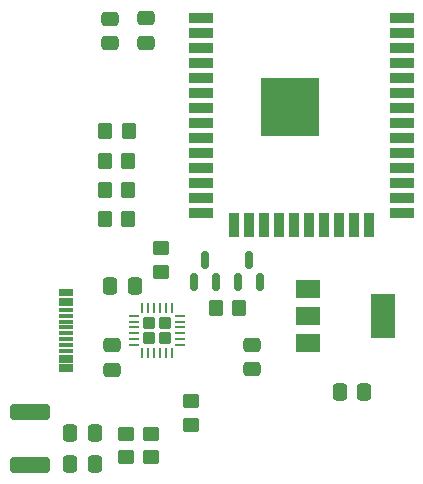
<source format=gbr>
%TF.GenerationSoftware,KiCad,Pcbnew,6.0.4-1.fc35*%
%TF.CreationDate,2022-04-08T19:50:50+03:00*%
%TF.ProjectId,Glove,476c6f76-652e-46b6-9963-61645f706362,rev?*%
%TF.SameCoordinates,Original*%
%TF.FileFunction,Paste,Top*%
%TF.FilePolarity,Positive*%
%FSLAX46Y46*%
G04 Gerber Fmt 4.6, Leading zero omitted, Abs format (unit mm)*
G04 Created by KiCad (PCBNEW 6.0.4-1.fc35) date 2022-04-08 19:50:50*
%MOMM*%
%LPD*%
G01*
G04 APERTURE LIST*
G04 Aperture macros list*
%AMRoundRect*
0 Rectangle with rounded corners*
0 $1 Rounding radius*
0 $2 $3 $4 $5 $6 $7 $8 $9 X,Y pos of 4 corners*
0 Add a 4 corners polygon primitive as box body*
4,1,4,$2,$3,$4,$5,$6,$7,$8,$9,$2,$3,0*
0 Add four circle primitives for the rounded corners*
1,1,$1+$1,$2,$3*
1,1,$1+$1,$4,$5*
1,1,$1+$1,$6,$7*
1,1,$1+$1,$8,$9*
0 Add four rect primitives between the rounded corners*
20,1,$1+$1,$2,$3,$4,$5,0*
20,1,$1+$1,$4,$5,$6,$7,0*
20,1,$1+$1,$6,$7,$8,$9,0*
20,1,$1+$1,$8,$9,$2,$3,0*%
G04 Aperture macros list end*
%ADD10RoundRect,0.250000X-1.450000X0.400000X-1.450000X-0.400000X1.450000X-0.400000X1.450000X0.400000X0*%
%ADD11RoundRect,0.250000X0.337500X0.475000X-0.337500X0.475000X-0.337500X-0.475000X0.337500X-0.475000X0*%
%ADD12RoundRect,0.250000X0.475000X-0.337500X0.475000X0.337500X-0.475000X0.337500X-0.475000X-0.337500X0*%
%ADD13RoundRect,0.250000X-0.350000X-0.450000X0.350000X-0.450000X0.350000X0.450000X-0.350000X0.450000X0*%
%ADD14RoundRect,0.250000X0.350000X0.450000X-0.350000X0.450000X-0.350000X-0.450000X0.350000X-0.450000X0*%
%ADD15RoundRect,0.250000X-0.450000X0.350000X-0.450000X-0.350000X0.450000X-0.350000X0.450000X0.350000X0*%
%ADD16R,2.000000X0.900000*%
%ADD17R,0.900000X2.000000*%
%ADD18R,5.000000X5.000000*%
%ADD19RoundRect,0.250000X-0.337500X-0.475000X0.337500X-0.475000X0.337500X0.475000X-0.337500X0.475000X0*%
%ADD20RoundRect,0.150000X0.150000X-0.587500X0.150000X0.587500X-0.150000X0.587500X-0.150000X-0.587500X0*%
%ADD21RoundRect,0.250000X-0.275000X-0.275000X0.275000X-0.275000X0.275000X0.275000X-0.275000X0.275000X0*%
%ADD22RoundRect,0.062500X-0.350000X-0.062500X0.350000X-0.062500X0.350000X0.062500X-0.350000X0.062500X0*%
%ADD23RoundRect,0.062500X-0.062500X-0.350000X0.062500X-0.350000X0.062500X0.350000X-0.062500X0.350000X0*%
%ADD24R,1.150000X0.300000*%
%ADD25RoundRect,0.250000X-0.475000X0.337500X-0.475000X-0.337500X0.475000X-0.337500X0.475000X0.337500X0*%
%ADD26RoundRect,0.250000X0.450000X-0.350000X0.450000X0.350000X-0.450000X0.350000X-0.450000X-0.350000X0*%
%ADD27R,2.000000X3.800000*%
%ADD28R,2.000000X1.500000*%
G04 APERTURE END LIST*
D10*
%TO.C,F1*%
X114200000Y-91325000D03*
X114200000Y-95775000D03*
%TD*%
D11*
%TO.C,C6*%
X119687500Y-95690000D03*
X117612500Y-95690000D03*
%TD*%
%TO.C,C3*%
X119687500Y-93050000D03*
X117612500Y-93050000D03*
%TD*%
D12*
%TO.C,C2*%
X124000000Y-60037500D03*
X124000000Y-57962500D03*
%TD*%
D13*
%TO.C,R3*%
X129900000Y-82500000D03*
X131900000Y-82500000D03*
%TD*%
D12*
%TO.C,C1*%
X121000000Y-60075000D03*
X121000000Y-58000000D03*
%TD*%
D14*
%TO.C,R7*%
X122540000Y-67480000D03*
X120540000Y-67480000D03*
%TD*%
D15*
%TO.C,R2*%
X124400000Y-93150000D03*
X124400000Y-95150000D03*
%TD*%
D14*
%TO.C,R6*%
X122520000Y-70020000D03*
X120520000Y-70020000D03*
%TD*%
D16*
%TO.C,U2*%
X128660000Y-57955000D03*
X128660000Y-59225000D03*
X128660000Y-60495000D03*
X128660000Y-61765000D03*
X128660000Y-63035000D03*
X128660000Y-64305000D03*
X128660000Y-65575000D03*
X128660000Y-66845000D03*
X128660000Y-68115000D03*
X128660000Y-69385000D03*
X128660000Y-70655000D03*
X128660000Y-71925000D03*
X128660000Y-73195000D03*
X128660000Y-74465000D03*
D17*
X131445000Y-75465000D03*
X132715000Y-75465000D03*
X133985000Y-75465000D03*
X135255000Y-75465000D03*
X136525000Y-75465000D03*
X137795000Y-75465000D03*
X139065000Y-75465000D03*
X140335000Y-75465000D03*
X141605000Y-75465000D03*
X142875000Y-75465000D03*
D16*
X145660000Y-74465000D03*
X145660000Y-73195000D03*
X145660000Y-71925000D03*
X145660000Y-70655000D03*
X145660000Y-69385000D03*
X145660000Y-68115000D03*
X145660000Y-66845000D03*
X145660000Y-65575000D03*
X145660000Y-64305000D03*
X145660000Y-63035000D03*
X145660000Y-61765000D03*
X145660000Y-60495000D03*
X145660000Y-59225000D03*
X145660000Y-57955000D03*
D18*
X136160000Y-65455000D03*
%TD*%
D19*
%TO.C,C_Out1*%
X142487500Y-89650000D03*
X140412500Y-89650000D03*
%TD*%
D14*
%TO.C,R4*%
X122500000Y-75000000D03*
X120500000Y-75000000D03*
%TD*%
%TO.C,R5*%
X122500000Y-72500000D03*
X120500000Y-72500000D03*
%TD*%
D20*
%TO.C,Q1*%
X128050000Y-80287500D03*
X129950000Y-80287500D03*
X129000000Y-78412500D03*
%TD*%
D15*
%TO.C,R8*%
X125250000Y-79425480D03*
X125250000Y-77425480D03*
%TD*%
D21*
%TO.C,U3*%
X124300000Y-83750000D03*
X124300000Y-85050000D03*
X125600000Y-85050000D03*
X125600000Y-83750000D03*
D22*
X123012500Y-83150000D03*
X123012500Y-83650000D03*
X123012500Y-84150000D03*
X123012500Y-84650000D03*
X123012500Y-85150000D03*
X123012500Y-85650000D03*
D23*
X123700000Y-86337500D03*
X124200000Y-86337500D03*
X124700000Y-86337500D03*
X125200000Y-86337500D03*
X125700000Y-86337500D03*
X126200000Y-86337500D03*
D22*
X126887500Y-85650000D03*
X126887500Y-85150000D03*
X126887500Y-84650000D03*
X126887500Y-84150000D03*
X126887500Y-83650000D03*
X126887500Y-83150000D03*
D23*
X126200000Y-82462500D03*
X125700000Y-82462500D03*
X125200000Y-82462500D03*
X124700000Y-82462500D03*
X124200000Y-82462500D03*
X123700000Y-82462500D03*
%TD*%
D24*
%TO.C,J1*%
X117270000Y-81050000D03*
X117270000Y-81850000D03*
X117270000Y-83150000D03*
X117270000Y-84150000D03*
X117270000Y-84650000D03*
X117270000Y-85650000D03*
X117270000Y-86950000D03*
X117270000Y-87750000D03*
X117270000Y-87450000D03*
X117270000Y-86650000D03*
X117270000Y-86150000D03*
X117270000Y-85150000D03*
X117270000Y-83650000D03*
X117270000Y-82650000D03*
X117270000Y-82150000D03*
X117270000Y-81350000D03*
%TD*%
D25*
%TO.C,C5*%
X121150000Y-85650000D03*
X121150000Y-87725000D03*
%TD*%
D19*
%TO.C,C4*%
X120962500Y-80600000D03*
X123037500Y-80600000D03*
%TD*%
D26*
%TO.C,R9*%
X127850000Y-90400000D03*
X127850000Y-92400000D03*
%TD*%
D15*
%TO.C,R1*%
X122300000Y-93150000D03*
X122300000Y-95150000D03*
%TD*%
D25*
%TO.C,C_In1*%
X133000000Y-87687500D03*
X133000000Y-85612500D03*
%TD*%
D20*
%TO.C,Q2*%
X131800000Y-80287500D03*
X133700000Y-80287500D03*
X132750000Y-78412500D03*
%TD*%
D27*
%TO.C,U1*%
X144050000Y-83150000D03*
D28*
X137750000Y-85450000D03*
X137750000Y-83150000D03*
X137750000Y-80850000D03*
%TD*%
M02*

</source>
